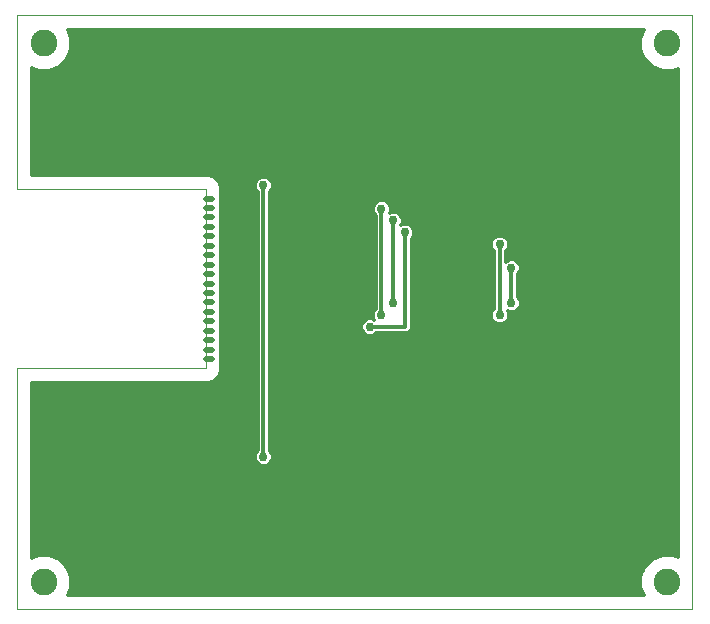
<source format=gbl>
G75*
%MOIN*%
%OFA0B0*%
%FSLAX25Y25*%
%IPPOS*%
%LPD*%
%AMOC8*
5,1,8,0,0,1.08239X$1,22.5*
%
%ADD10C,0.00300*%
%ADD11C,0.08908*%
%ADD12C,0.01981*%
%ADD13C,0.01000*%
%ADD14C,0.02978*%
%ADD15C,0.01200*%
D10*
X0002189Y0001992D02*
X0002189Y0082209D01*
X0065083Y0082209D01*
X0065083Y0141854D01*
X0002189Y0141854D01*
X0002189Y0199925D01*
X0227189Y0199925D01*
X0227189Y0001992D01*
X0002189Y0001992D01*
D11*
X0010949Y0010949D03*
X0010949Y0190476D03*
X0218823Y0190476D03*
X0218823Y0010949D03*
D12*
X0067064Y0085161D02*
X0065083Y0085161D01*
X0065083Y0088311D02*
X0067064Y0088311D01*
X0067064Y0091461D02*
X0065083Y0091461D01*
X0065083Y0094610D02*
X0067064Y0094610D01*
X0067064Y0097760D02*
X0065083Y0097760D01*
X0065083Y0100909D02*
X0067064Y0100909D01*
X0067064Y0104059D02*
X0065083Y0104059D01*
X0065083Y0107209D02*
X0067064Y0107209D01*
X0067064Y0110358D02*
X0065083Y0110358D01*
X0065083Y0113508D02*
X0067064Y0113508D01*
X0067064Y0116657D02*
X0065083Y0116657D01*
X0065083Y0119807D02*
X0067064Y0119807D01*
X0067064Y0122957D02*
X0065083Y0122957D01*
X0065083Y0126106D02*
X0067064Y0126106D01*
X0067064Y0129256D02*
X0065083Y0129256D01*
X0065083Y0132406D02*
X0067064Y0132406D01*
X0067064Y0135555D02*
X0065083Y0135555D01*
X0065083Y0138705D02*
X0067064Y0138705D01*
D13*
X0069733Y0138296D02*
X0082277Y0138296D01*
X0082277Y0137298D02*
X0069733Y0137298D01*
X0069733Y0136299D02*
X0082277Y0136299D01*
X0082277Y0135301D02*
X0069733Y0135301D01*
X0069733Y0134302D02*
X0082277Y0134302D01*
X0082277Y0133303D02*
X0069733Y0133303D01*
X0069733Y0132305D02*
X0082277Y0132305D01*
X0082277Y0131306D02*
X0069733Y0131306D01*
X0069733Y0130308D02*
X0082277Y0130308D01*
X0082277Y0129309D02*
X0069733Y0129309D01*
X0069733Y0128311D02*
X0082277Y0128311D01*
X0082277Y0127312D02*
X0069733Y0127312D01*
X0069733Y0126314D02*
X0082277Y0126314D01*
X0082277Y0125315D02*
X0069733Y0125315D01*
X0069733Y0124317D02*
X0082277Y0124317D01*
X0082277Y0123318D02*
X0069733Y0123318D01*
X0069733Y0122320D02*
X0082277Y0122320D01*
X0082277Y0121321D02*
X0069733Y0121321D01*
X0069733Y0120323D02*
X0082277Y0120323D01*
X0082277Y0119324D02*
X0069733Y0119324D01*
X0069733Y0118326D02*
X0082277Y0118326D01*
X0082277Y0117327D02*
X0069733Y0117327D01*
X0069733Y0116329D02*
X0082277Y0116329D01*
X0082277Y0115330D02*
X0069733Y0115330D01*
X0069733Y0114332D02*
X0082277Y0114332D01*
X0082277Y0113333D02*
X0069733Y0113333D01*
X0069733Y0112335D02*
X0082277Y0112335D01*
X0082277Y0111336D02*
X0069733Y0111336D01*
X0069733Y0110338D02*
X0082277Y0110338D01*
X0082277Y0109339D02*
X0069733Y0109339D01*
X0069733Y0108341D02*
X0082277Y0108341D01*
X0082277Y0107342D02*
X0069733Y0107342D01*
X0069733Y0106344D02*
X0082277Y0106344D01*
X0082277Y0105345D02*
X0069733Y0105345D01*
X0069733Y0104347D02*
X0082277Y0104347D01*
X0082277Y0103348D02*
X0069733Y0103348D01*
X0069733Y0102350D02*
X0082277Y0102350D01*
X0082277Y0101351D02*
X0069733Y0101351D01*
X0069733Y0100353D02*
X0082277Y0100353D01*
X0082277Y0099354D02*
X0069733Y0099354D01*
X0069733Y0098356D02*
X0082277Y0098356D01*
X0082277Y0097357D02*
X0069733Y0097357D01*
X0069733Y0096359D02*
X0082277Y0096359D01*
X0082277Y0095360D02*
X0069733Y0095360D01*
X0069733Y0094362D02*
X0082277Y0094362D01*
X0082277Y0093363D02*
X0069733Y0093363D01*
X0069733Y0092365D02*
X0082277Y0092365D01*
X0082277Y0091366D02*
X0069733Y0091366D01*
X0069733Y0090368D02*
X0082277Y0090368D01*
X0082277Y0089369D02*
X0069733Y0089369D01*
X0069733Y0088370D02*
X0082277Y0088370D01*
X0082277Y0087372D02*
X0069733Y0087372D01*
X0069733Y0086373D02*
X0082277Y0086373D01*
X0082277Y0085375D02*
X0069733Y0085375D01*
X0069733Y0084376D02*
X0082277Y0084376D01*
X0082277Y0083378D02*
X0069733Y0083378D01*
X0069733Y0082379D02*
X0082277Y0082379D01*
X0082277Y0081381D02*
X0069733Y0081381D01*
X0069733Y0081284D02*
X0069733Y0142779D01*
X0069025Y0144488D01*
X0067717Y0145796D01*
X0066008Y0146504D01*
X0006839Y0146504D01*
X0006839Y0182487D01*
X0009168Y0181522D01*
X0012730Y0181522D01*
X0016021Y0182885D01*
X0018540Y0185404D01*
X0019903Y0188695D01*
X0019903Y0192257D01*
X0018653Y0195275D01*
X0211119Y0195275D01*
X0209869Y0192257D01*
X0209869Y0188695D01*
X0211232Y0185404D01*
X0213751Y0182885D01*
X0217042Y0181522D01*
X0220604Y0181522D01*
X0222539Y0182324D01*
X0222539Y0019101D01*
X0220604Y0019903D01*
X0217042Y0019903D01*
X0213751Y0018540D01*
X0211232Y0016021D01*
X0209869Y0012730D01*
X0209869Y0009168D01*
X0210915Y0006642D01*
X0018857Y0006642D01*
X0019903Y0009168D01*
X0019903Y0012730D01*
X0018540Y0016021D01*
X0016021Y0018540D01*
X0012730Y0019903D01*
X0009168Y0019903D01*
X0006839Y0018938D01*
X0006839Y0077559D01*
X0066008Y0077559D01*
X0067717Y0078267D01*
X0069025Y0079575D01*
X0069733Y0081284D01*
X0069359Y0080382D02*
X0082277Y0080382D01*
X0082277Y0079384D02*
X0068834Y0079384D01*
X0067835Y0078385D02*
X0082277Y0078385D01*
X0082277Y0077387D02*
X0006839Y0077387D01*
X0006839Y0076388D02*
X0082277Y0076388D01*
X0082277Y0075390D02*
X0006839Y0075390D01*
X0006839Y0074391D02*
X0082277Y0074391D01*
X0082277Y0073393D02*
X0006839Y0073393D01*
X0006839Y0072394D02*
X0082277Y0072394D01*
X0082277Y0071396D02*
X0006839Y0071396D01*
X0006839Y0070397D02*
X0082277Y0070397D01*
X0082277Y0069399D02*
X0006839Y0069399D01*
X0006839Y0068400D02*
X0082277Y0068400D01*
X0082277Y0067402D02*
X0006839Y0067402D01*
X0006839Y0066403D02*
X0082277Y0066403D01*
X0082277Y0065405D02*
X0006839Y0065405D01*
X0006839Y0064406D02*
X0082277Y0064406D01*
X0082277Y0063408D02*
X0006839Y0063408D01*
X0006839Y0062409D02*
X0082277Y0062409D01*
X0082277Y0061411D02*
X0006839Y0061411D01*
X0006839Y0060412D02*
X0082277Y0060412D01*
X0082277Y0059414D02*
X0006839Y0059414D01*
X0006839Y0058415D02*
X0082277Y0058415D01*
X0082277Y0057417D02*
X0006839Y0057417D01*
X0006839Y0056418D02*
X0082277Y0056418D01*
X0082277Y0055420D02*
X0006839Y0055420D01*
X0006839Y0054421D02*
X0081973Y0054421D01*
X0081813Y0054261D02*
X0081388Y0053236D01*
X0081388Y0052126D01*
X0081813Y0051101D01*
X0082597Y0050317D01*
X0083622Y0049892D01*
X0084732Y0049892D01*
X0085757Y0050317D01*
X0086542Y0051101D01*
X0086966Y0052126D01*
X0086966Y0053236D01*
X0086542Y0054261D01*
X0086077Y0054725D01*
X0086077Y0141188D01*
X0086542Y0141652D01*
X0086966Y0142678D01*
X0086966Y0143787D01*
X0086542Y0144812D01*
X0085757Y0145597D01*
X0084732Y0146021D01*
X0083622Y0146021D01*
X0082597Y0145597D01*
X0081813Y0144812D01*
X0081388Y0143787D01*
X0081388Y0142678D01*
X0081813Y0141652D01*
X0082277Y0141188D01*
X0082277Y0054725D01*
X0081813Y0054261D01*
X0081466Y0053423D02*
X0006839Y0053423D01*
X0006839Y0052424D02*
X0081388Y0052424D01*
X0081678Y0051426D02*
X0006839Y0051426D01*
X0006839Y0050427D02*
X0082487Y0050427D01*
X0085867Y0050427D02*
X0222539Y0050427D01*
X0222539Y0049429D02*
X0006839Y0049429D01*
X0006839Y0048430D02*
X0222539Y0048430D01*
X0222539Y0047432D02*
X0006839Y0047432D01*
X0006839Y0046433D02*
X0222539Y0046433D01*
X0222539Y0045434D02*
X0006839Y0045434D01*
X0006839Y0044436D02*
X0222539Y0044436D01*
X0222539Y0043437D02*
X0006839Y0043437D01*
X0006839Y0042439D02*
X0222539Y0042439D01*
X0222539Y0041440D02*
X0006839Y0041440D01*
X0006839Y0040442D02*
X0222539Y0040442D01*
X0222539Y0039443D02*
X0006839Y0039443D01*
X0006839Y0038445D02*
X0222539Y0038445D01*
X0222539Y0037446D02*
X0006839Y0037446D01*
X0006839Y0036448D02*
X0222539Y0036448D01*
X0222539Y0035449D02*
X0006839Y0035449D01*
X0006839Y0034451D02*
X0222539Y0034451D01*
X0222539Y0033452D02*
X0006839Y0033452D01*
X0006839Y0032454D02*
X0222539Y0032454D01*
X0222539Y0031455D02*
X0006839Y0031455D01*
X0006839Y0030457D02*
X0222539Y0030457D01*
X0222539Y0029458D02*
X0006839Y0029458D01*
X0006839Y0028460D02*
X0222539Y0028460D01*
X0222539Y0027461D02*
X0006839Y0027461D01*
X0006839Y0026463D02*
X0222539Y0026463D01*
X0222539Y0025464D02*
X0006839Y0025464D01*
X0006839Y0024466D02*
X0222539Y0024466D01*
X0222539Y0023467D02*
X0006839Y0023467D01*
X0006839Y0022469D02*
X0222539Y0022469D01*
X0222539Y0021470D02*
X0006839Y0021470D01*
X0006839Y0020472D02*
X0222539Y0020472D01*
X0222539Y0019473D02*
X0221642Y0019473D01*
X0216004Y0019473D02*
X0013768Y0019473D01*
X0016086Y0018475D02*
X0213686Y0018475D01*
X0212687Y0017476D02*
X0017085Y0017476D01*
X0018083Y0016478D02*
X0211689Y0016478D01*
X0211007Y0015479D02*
X0018764Y0015479D01*
X0019178Y0014481D02*
X0210594Y0014481D01*
X0210180Y0013482D02*
X0019591Y0013482D01*
X0019903Y0012484D02*
X0209869Y0012484D01*
X0209869Y0011485D02*
X0019903Y0011485D01*
X0019903Y0010487D02*
X0209869Y0010487D01*
X0209869Y0009488D02*
X0019903Y0009488D01*
X0019622Y0008490D02*
X0210150Y0008490D01*
X0210563Y0007491D02*
X0019209Y0007491D01*
X0008130Y0019473D02*
X0006839Y0019473D01*
X0086676Y0051426D02*
X0222539Y0051426D01*
X0222539Y0052424D02*
X0086966Y0052424D01*
X0086889Y0053423D02*
X0222539Y0053423D01*
X0222539Y0054421D02*
X0086381Y0054421D01*
X0086077Y0055420D02*
X0222539Y0055420D01*
X0222539Y0056418D02*
X0086077Y0056418D01*
X0086077Y0057417D02*
X0222539Y0057417D01*
X0222539Y0058415D02*
X0086077Y0058415D01*
X0086077Y0059414D02*
X0222539Y0059414D01*
X0222539Y0060412D02*
X0086077Y0060412D01*
X0086077Y0061411D02*
X0222539Y0061411D01*
X0222539Y0062409D02*
X0086077Y0062409D01*
X0086077Y0063408D02*
X0222539Y0063408D01*
X0222539Y0064406D02*
X0086077Y0064406D01*
X0086077Y0065405D02*
X0222539Y0065405D01*
X0222539Y0066403D02*
X0086077Y0066403D01*
X0086077Y0067402D02*
X0222539Y0067402D01*
X0222539Y0068400D02*
X0086077Y0068400D01*
X0086077Y0069399D02*
X0222539Y0069399D01*
X0222539Y0070397D02*
X0086077Y0070397D01*
X0086077Y0071396D02*
X0222539Y0071396D01*
X0222539Y0072394D02*
X0086077Y0072394D01*
X0086077Y0073393D02*
X0222539Y0073393D01*
X0222539Y0074391D02*
X0086077Y0074391D01*
X0086077Y0075390D02*
X0222539Y0075390D01*
X0222539Y0076388D02*
X0086077Y0076388D01*
X0086077Y0077387D02*
X0222539Y0077387D01*
X0222539Y0078385D02*
X0086077Y0078385D01*
X0086077Y0079384D02*
X0222539Y0079384D01*
X0222539Y0080382D02*
X0086077Y0080382D01*
X0086077Y0081381D02*
X0222539Y0081381D01*
X0222539Y0082379D02*
X0086077Y0082379D01*
X0086077Y0083378D02*
X0222539Y0083378D01*
X0222539Y0084376D02*
X0086077Y0084376D01*
X0086077Y0085375D02*
X0222539Y0085375D01*
X0222539Y0086373D02*
X0086077Y0086373D01*
X0086077Y0087372D02*
X0222539Y0087372D01*
X0222539Y0088370D02*
X0086077Y0088370D01*
X0086077Y0089369D02*
X0222539Y0089369D01*
X0222539Y0090368D02*
X0086077Y0090368D01*
X0086077Y0091366D02*
X0222539Y0091366D01*
X0222539Y0092365D02*
X0086077Y0092365D01*
X0086077Y0093363D02*
X0118660Y0093363D01*
X0119055Y0093199D02*
X0120165Y0093199D01*
X0121190Y0093624D01*
X0121654Y0094088D01*
X0132208Y0094088D01*
X0133321Y0095201D01*
X0133321Y0125440D01*
X0133786Y0125904D01*
X0134210Y0126929D01*
X0134210Y0128039D01*
X0133786Y0129064D01*
X0133001Y0129849D01*
X0131976Y0130273D01*
X0130866Y0130273D01*
X0129854Y0129854D01*
X0130273Y0130866D01*
X0130273Y0131976D01*
X0129849Y0133001D01*
X0129064Y0133786D01*
X0128039Y0134210D01*
X0126929Y0134210D01*
X0125917Y0133791D01*
X0126336Y0134803D01*
X0126336Y0135913D01*
X0125912Y0136938D01*
X0125127Y0137723D01*
X0124102Y0138147D01*
X0122992Y0138147D01*
X0121967Y0137723D01*
X0121183Y0136938D01*
X0120758Y0135913D01*
X0120758Y0134803D01*
X0121183Y0133778D01*
X0121647Y0133314D01*
X0121647Y0101969D01*
X0121183Y0101505D01*
X0120758Y0100480D01*
X0120758Y0099370D01*
X0121178Y0098358D01*
X0120165Y0098777D01*
X0119055Y0098777D01*
X0118030Y0098353D01*
X0117246Y0097568D01*
X0116821Y0096543D01*
X0116821Y0095433D01*
X0117246Y0094408D01*
X0118030Y0093624D01*
X0119055Y0093199D01*
X0120561Y0093363D02*
X0222539Y0093363D01*
X0222539Y0094362D02*
X0132482Y0094362D01*
X0133321Y0095360D02*
X0222539Y0095360D01*
X0222539Y0096359D02*
X0133321Y0096359D01*
X0133321Y0097357D02*
X0161829Y0097357D01*
X0161337Y0097561D02*
X0162363Y0097136D01*
X0163472Y0097136D01*
X0164497Y0097561D01*
X0165282Y0098345D01*
X0165706Y0099370D01*
X0165706Y0100480D01*
X0165287Y0101493D01*
X0166300Y0101073D01*
X0167409Y0101073D01*
X0168434Y0101498D01*
X0169219Y0102282D01*
X0169643Y0103307D01*
X0169643Y0104417D01*
X0169219Y0105442D01*
X0168754Y0105906D01*
X0168754Y0113629D01*
X0169219Y0114093D01*
X0169643Y0115118D01*
X0169643Y0116228D01*
X0169219Y0117253D01*
X0168434Y0118038D01*
X0167409Y0118462D01*
X0166300Y0118462D01*
X0165274Y0118038D01*
X0164817Y0117580D01*
X0164817Y0121503D01*
X0165282Y0121967D01*
X0165706Y0122992D01*
X0165706Y0124102D01*
X0165282Y0125127D01*
X0164497Y0125912D01*
X0163472Y0126336D01*
X0162363Y0126336D01*
X0161337Y0125912D01*
X0160553Y0125127D01*
X0160128Y0124102D01*
X0160128Y0122992D01*
X0160553Y0121967D01*
X0161017Y0121503D01*
X0161017Y0101969D01*
X0160553Y0101505D01*
X0160128Y0100480D01*
X0160128Y0099370D01*
X0160553Y0098345D01*
X0161337Y0097561D01*
X0160549Y0098356D02*
X0133321Y0098356D01*
X0133321Y0099354D02*
X0160135Y0099354D01*
X0160128Y0100353D02*
X0133321Y0100353D01*
X0133321Y0101351D02*
X0160489Y0101351D01*
X0161017Y0102350D02*
X0133321Y0102350D01*
X0133321Y0103348D02*
X0161017Y0103348D01*
X0161017Y0104347D02*
X0133321Y0104347D01*
X0133321Y0105345D02*
X0161017Y0105345D01*
X0161017Y0106344D02*
X0133321Y0106344D01*
X0133321Y0107342D02*
X0161017Y0107342D01*
X0161017Y0108341D02*
X0133321Y0108341D01*
X0133321Y0109339D02*
X0161017Y0109339D01*
X0161017Y0110338D02*
X0133321Y0110338D01*
X0133321Y0111336D02*
X0161017Y0111336D01*
X0161017Y0112335D02*
X0133321Y0112335D01*
X0133321Y0113333D02*
X0161017Y0113333D01*
X0161017Y0114332D02*
X0133321Y0114332D01*
X0133321Y0115330D02*
X0161017Y0115330D01*
X0161017Y0116329D02*
X0133321Y0116329D01*
X0133321Y0117327D02*
X0161017Y0117327D01*
X0161017Y0118326D02*
X0133321Y0118326D01*
X0133321Y0119324D02*
X0161017Y0119324D01*
X0161017Y0120323D02*
X0133321Y0120323D01*
X0133321Y0121321D02*
X0161017Y0121321D01*
X0160407Y0122320D02*
X0133321Y0122320D01*
X0133321Y0123318D02*
X0160128Y0123318D01*
X0160217Y0124317D02*
X0133321Y0124317D01*
X0133321Y0125315D02*
X0160741Y0125315D01*
X0162309Y0126314D02*
X0133955Y0126314D01*
X0134210Y0127312D02*
X0222539Y0127312D01*
X0222539Y0126314D02*
X0163526Y0126314D01*
X0165093Y0125315D02*
X0222539Y0125315D01*
X0222539Y0124317D02*
X0165617Y0124317D01*
X0165706Y0123318D02*
X0222539Y0123318D01*
X0222539Y0122320D02*
X0165428Y0122320D01*
X0164817Y0121321D02*
X0222539Y0121321D01*
X0222539Y0120323D02*
X0164817Y0120323D01*
X0164817Y0119324D02*
X0222539Y0119324D01*
X0222539Y0118326D02*
X0167738Y0118326D01*
X0169144Y0117327D02*
X0222539Y0117327D01*
X0222539Y0116329D02*
X0169602Y0116329D01*
X0169643Y0115330D02*
X0222539Y0115330D01*
X0222539Y0114332D02*
X0169317Y0114332D01*
X0168754Y0113333D02*
X0222539Y0113333D01*
X0222539Y0112335D02*
X0168754Y0112335D01*
X0168754Y0111336D02*
X0222539Y0111336D01*
X0222539Y0110338D02*
X0168754Y0110338D01*
X0168754Y0109339D02*
X0222539Y0109339D01*
X0222539Y0108341D02*
X0168754Y0108341D01*
X0168754Y0107342D02*
X0222539Y0107342D01*
X0222539Y0106344D02*
X0168754Y0106344D01*
X0169259Y0105345D02*
X0222539Y0105345D01*
X0222539Y0104347D02*
X0169643Y0104347D01*
X0169643Y0103348D02*
X0222539Y0103348D01*
X0222539Y0102350D02*
X0169247Y0102350D01*
X0168080Y0101351D02*
X0222539Y0101351D01*
X0222539Y0100353D02*
X0165706Y0100353D01*
X0165700Y0099354D02*
X0222539Y0099354D01*
X0222539Y0098356D02*
X0165286Y0098356D01*
X0164005Y0097357D02*
X0222539Y0097357D01*
X0222539Y0128311D02*
X0134098Y0128311D01*
X0133540Y0129309D02*
X0222539Y0129309D01*
X0222539Y0130308D02*
X0130042Y0130308D01*
X0130273Y0131306D02*
X0222539Y0131306D01*
X0222539Y0132305D02*
X0130137Y0132305D01*
X0129546Y0133303D02*
X0222539Y0133303D01*
X0222539Y0134302D02*
X0126128Y0134302D01*
X0126336Y0135301D02*
X0222539Y0135301D01*
X0222539Y0136299D02*
X0126176Y0136299D01*
X0125552Y0137298D02*
X0222539Y0137298D01*
X0222539Y0138296D02*
X0086077Y0138296D01*
X0086077Y0137298D02*
X0121542Y0137298D01*
X0120918Y0136299D02*
X0086077Y0136299D01*
X0086077Y0135301D02*
X0120758Y0135301D01*
X0120966Y0134302D02*
X0086077Y0134302D01*
X0086077Y0133303D02*
X0121647Y0133303D01*
X0121647Y0132305D02*
X0086077Y0132305D01*
X0086077Y0131306D02*
X0121647Y0131306D01*
X0121647Y0130308D02*
X0086077Y0130308D01*
X0086077Y0129309D02*
X0121647Y0129309D01*
X0121647Y0128311D02*
X0086077Y0128311D01*
X0086077Y0127312D02*
X0121647Y0127312D01*
X0121647Y0126314D02*
X0086077Y0126314D01*
X0086077Y0125315D02*
X0121647Y0125315D01*
X0121647Y0124317D02*
X0086077Y0124317D01*
X0086077Y0123318D02*
X0121647Y0123318D01*
X0121647Y0122320D02*
X0086077Y0122320D01*
X0086077Y0121321D02*
X0121647Y0121321D01*
X0121647Y0120323D02*
X0086077Y0120323D01*
X0086077Y0119324D02*
X0121647Y0119324D01*
X0121647Y0118326D02*
X0086077Y0118326D01*
X0086077Y0117327D02*
X0121647Y0117327D01*
X0121647Y0116329D02*
X0086077Y0116329D01*
X0086077Y0115330D02*
X0121647Y0115330D01*
X0121647Y0114332D02*
X0086077Y0114332D01*
X0086077Y0113333D02*
X0121647Y0113333D01*
X0121647Y0112335D02*
X0086077Y0112335D01*
X0086077Y0111336D02*
X0121647Y0111336D01*
X0121647Y0110338D02*
X0086077Y0110338D01*
X0086077Y0109339D02*
X0121647Y0109339D01*
X0121647Y0108341D02*
X0086077Y0108341D01*
X0086077Y0107342D02*
X0121647Y0107342D01*
X0121647Y0106344D02*
X0086077Y0106344D01*
X0086077Y0105345D02*
X0121647Y0105345D01*
X0121647Y0104347D02*
X0086077Y0104347D01*
X0086077Y0103348D02*
X0121647Y0103348D01*
X0121647Y0102350D02*
X0086077Y0102350D01*
X0086077Y0101351D02*
X0121119Y0101351D01*
X0120758Y0100353D02*
X0086077Y0100353D01*
X0086077Y0099354D02*
X0120765Y0099354D01*
X0118038Y0098356D02*
X0086077Y0098356D01*
X0086077Y0097357D02*
X0117158Y0097357D01*
X0116821Y0096359D02*
X0086077Y0096359D01*
X0086077Y0095360D02*
X0116852Y0095360D01*
X0117293Y0094362D02*
X0086077Y0094362D01*
X0086077Y0139295D02*
X0222539Y0139295D01*
X0222539Y0140293D02*
X0086077Y0140293D01*
X0086181Y0141292D02*
X0222539Y0141292D01*
X0222539Y0142290D02*
X0086806Y0142290D01*
X0086966Y0143289D02*
X0222539Y0143289D01*
X0222539Y0144287D02*
X0086759Y0144287D01*
X0086068Y0145286D02*
X0222539Y0145286D01*
X0222539Y0146284D02*
X0066539Y0146284D01*
X0068227Y0145286D02*
X0082286Y0145286D01*
X0081595Y0144287D02*
X0069108Y0144287D01*
X0069522Y0143289D02*
X0081388Y0143289D01*
X0081549Y0142290D02*
X0069733Y0142290D01*
X0069733Y0141292D02*
X0082174Y0141292D01*
X0082277Y0140293D02*
X0069733Y0140293D01*
X0069733Y0139295D02*
X0082277Y0139295D01*
X0018880Y0186225D02*
X0210892Y0186225D01*
X0210478Y0187223D02*
X0019293Y0187223D01*
X0019707Y0188222D02*
X0210065Y0188222D01*
X0209869Y0189220D02*
X0019903Y0189220D01*
X0019903Y0190219D02*
X0209869Y0190219D01*
X0209869Y0191217D02*
X0019903Y0191217D01*
X0019903Y0192216D02*
X0209869Y0192216D01*
X0210265Y0193214D02*
X0019507Y0193214D01*
X0019093Y0194213D02*
X0210679Y0194213D01*
X0211092Y0195211D02*
X0018680Y0195211D01*
X0018362Y0185226D02*
X0211410Y0185226D01*
X0212408Y0184228D02*
X0017363Y0184228D01*
X0016365Y0183229D02*
X0213407Y0183229D01*
X0215332Y0182231D02*
X0014440Y0182231D01*
X0007458Y0182231D02*
X0006839Y0182231D01*
X0006839Y0181232D02*
X0222539Y0181232D01*
X0222539Y0180234D02*
X0006839Y0180234D01*
X0006839Y0179235D02*
X0222539Y0179235D01*
X0222539Y0178237D02*
X0006839Y0178237D01*
X0006839Y0177238D02*
X0222539Y0177238D01*
X0222539Y0176239D02*
X0006839Y0176239D01*
X0006839Y0175241D02*
X0222539Y0175241D01*
X0222539Y0174242D02*
X0006839Y0174242D01*
X0006839Y0173244D02*
X0222539Y0173244D01*
X0222539Y0172245D02*
X0006839Y0172245D01*
X0006839Y0171247D02*
X0222539Y0171247D01*
X0222539Y0170248D02*
X0006839Y0170248D01*
X0006839Y0169250D02*
X0222539Y0169250D01*
X0222539Y0168251D02*
X0006839Y0168251D01*
X0006839Y0167253D02*
X0222539Y0167253D01*
X0222539Y0166254D02*
X0006839Y0166254D01*
X0006839Y0165256D02*
X0222539Y0165256D01*
X0222539Y0164257D02*
X0006839Y0164257D01*
X0006839Y0163259D02*
X0222539Y0163259D01*
X0222539Y0162260D02*
X0006839Y0162260D01*
X0006839Y0161262D02*
X0222539Y0161262D01*
X0222539Y0160263D02*
X0006839Y0160263D01*
X0006839Y0159265D02*
X0222539Y0159265D01*
X0222539Y0158266D02*
X0006839Y0158266D01*
X0006839Y0157268D02*
X0222539Y0157268D01*
X0222539Y0156269D02*
X0006839Y0156269D01*
X0006839Y0155271D02*
X0222539Y0155271D01*
X0222539Y0154272D02*
X0006839Y0154272D01*
X0006839Y0153274D02*
X0222539Y0153274D01*
X0222539Y0152275D02*
X0006839Y0152275D01*
X0006839Y0151277D02*
X0222539Y0151277D01*
X0222539Y0150278D02*
X0006839Y0150278D01*
X0006839Y0149280D02*
X0222539Y0149280D01*
X0222539Y0148281D02*
X0006839Y0148281D01*
X0006839Y0147283D02*
X0222539Y0147283D01*
X0222314Y0182231D02*
X0222539Y0182231D01*
X0165970Y0118326D02*
X0164817Y0118326D01*
X0165345Y0101351D02*
X0165629Y0101351D01*
D14*
X0166854Y0103862D03*
X0162917Y0099925D03*
X0166854Y0115673D03*
X0162917Y0123547D03*
X0131421Y0127484D03*
X0127484Y0131421D03*
X0123547Y0135358D03*
X0127484Y0103862D03*
X0123547Y0099925D03*
X0119610Y0095988D03*
X0077287Y0101894D03*
X0078272Y0118626D03*
X0076303Y0143232D03*
X0084177Y0143232D03*
X0084177Y0052681D03*
D15*
X0084177Y0143232D01*
X0123547Y0135358D02*
X0123547Y0099925D01*
X0119610Y0095988D02*
X0131421Y0095988D01*
X0131421Y0127484D01*
X0127484Y0131421D02*
X0127484Y0103862D01*
X0162917Y0099925D02*
X0162917Y0123547D01*
X0166854Y0115673D02*
X0166854Y0103862D01*
M02*

</source>
